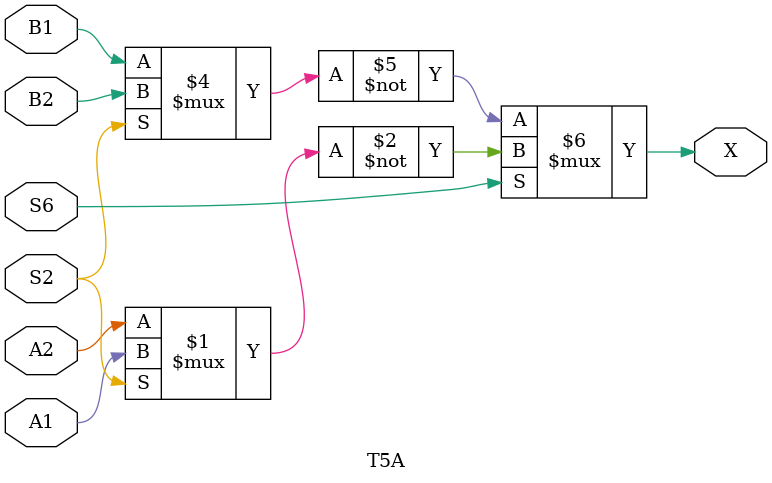
<source format=v>
module T5A(	// file.cleaned.mlir:2:3
  input  A1,	// file.cleaned.mlir:2:21
         A2,	// file.cleaned.mlir:2:34
         B1,	// file.cleaned.mlir:2:47
         B2,	// file.cleaned.mlir:2:60
         S2,	// file.cleaned.mlir:2:73
         S6,	// file.cleaned.mlir:2:86
  output X	// file.cleaned.mlir:2:100
);

  assign X = S6 ? ~(S2 ? A1 : A2) : ~(~S2 ? B1 : B2);	// file.cleaned.mlir:4:10, :5:10, :6:10, :7:10, :8:10, :9:10, :10:5
endmodule


</source>
